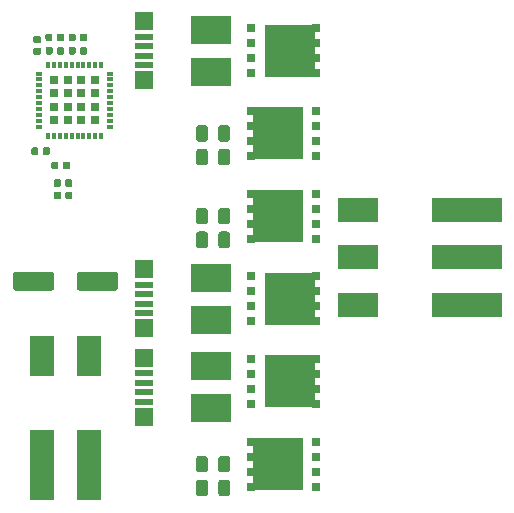
<source format=gbr>
G04 #@! TF.GenerationSoftware,KiCad,Pcbnew,5.1.3-ffb9f22~84~ubuntu18.04.1*
G04 #@! TF.CreationDate,2019-08-04T04:56:57-07:00*
G04 #@! TF.ProjectId,board,626f6172-642e-46b6-9963-61645f706362,rev?*
G04 #@! TF.SameCoordinates,Original*
G04 #@! TF.FileFunction,Paste,Top*
G04 #@! TF.FilePolarity,Positive*
%FSLAX46Y46*%
G04 Gerber Fmt 4.6, Leading zero omitted, Abs format (unit mm)*
G04 Created by KiCad (PCBNEW 5.1.3-ffb9f22~84~ubuntu18.04.1) date 2019-08-04 04:56:57*
%MOMM*%
%LPD*%
G04 APERTURE LIST*
%ADD10R,0.300000X0.500000*%
%ADD11R,0.500000X0.300000*%
%ADD12R,0.690000X0.690000*%
%ADD13R,3.480000X2.400000*%
%ADD14R,1.600000X1.500000*%
%ADD15R,1.600000X0.500000*%
%ADD16R,3.500000X2.000000*%
%ADD17R,6.000000X2.000000*%
%ADD18R,1.200000X1.550000*%
%ADD19R,1.600000X1.550000*%
%ADD20R,4.290000X4.500000*%
%ADD21R,0.800000X0.700000*%
%ADD22C,0.100000*%
%ADD23C,0.590000*%
%ADD24R,2.000000X3.500000*%
%ADD25R,2.000000X6.000000*%
%ADD26C,0.975000*%
%ADD27C,1.600000*%
G04 APERTURE END LIST*
D10*
X164525000Y-56175000D03*
X165025000Y-56175000D03*
X165525000Y-56175000D03*
X166025000Y-56175000D03*
X166525000Y-56175000D03*
X167025000Y-56175000D03*
X167525000Y-56175000D03*
X168025000Y-56175000D03*
X168525000Y-56175000D03*
X169025000Y-56175000D03*
D11*
X169775000Y-55425000D03*
X169775000Y-54925000D03*
X169775000Y-54425000D03*
X169775000Y-53925000D03*
X169775000Y-53425000D03*
X169775000Y-52925000D03*
X169775000Y-52425000D03*
X169775000Y-51925000D03*
X169775000Y-51425000D03*
X169775000Y-50925000D03*
D10*
X169025000Y-50175000D03*
X168525000Y-50175000D03*
X168025000Y-50175000D03*
X167525000Y-50175000D03*
X167025000Y-50175000D03*
X166525000Y-50175000D03*
X166025000Y-50175000D03*
X165525000Y-50175000D03*
X165025000Y-50175000D03*
X164525000Y-50175000D03*
D11*
X163775000Y-50925000D03*
X163775000Y-51425000D03*
X163775000Y-51925000D03*
X163775000Y-52425000D03*
X163775000Y-52925000D03*
X163775000Y-53425000D03*
X163775000Y-53925000D03*
X163775000Y-54425000D03*
X163775000Y-54925000D03*
X163775000Y-55425000D03*
D12*
X168500000Y-51450000D03*
X167350000Y-51450000D03*
X166200000Y-51450000D03*
X165050000Y-51450000D03*
X168500000Y-52600000D03*
X167350000Y-52600000D03*
X166200000Y-52600000D03*
X165050000Y-52600000D03*
X168500000Y-53750000D03*
X167350000Y-53750000D03*
X166200000Y-53750000D03*
X165050000Y-53750000D03*
X168500000Y-54900000D03*
X167350000Y-54900000D03*
X166200000Y-54900000D03*
X165050000Y-54900000D03*
D13*
X178320000Y-71775000D03*
X178320000Y-68225000D03*
D14*
X172650000Y-72500000D03*
D15*
X172650000Y-71200000D03*
X172650000Y-70400000D03*
X172650000Y-69600000D03*
X172650000Y-68800000D03*
D14*
X172650000Y-67500000D03*
D16*
X190750000Y-70500000D03*
D17*
X200000000Y-70500000D03*
D16*
X190750000Y-66500000D03*
D17*
X200000000Y-66500000D03*
X200000000Y-62500000D03*
D16*
X190750000Y-62500000D03*
D18*
X185250000Y-82910000D03*
X185250000Y-85090000D03*
D19*
X183250000Y-82910000D03*
X183250000Y-85090000D03*
D20*
X184000000Y-84000000D03*
D21*
X181750000Y-85910000D03*
X181750000Y-84640000D03*
X181750000Y-83360000D03*
X181750000Y-82090000D03*
X187250000Y-82090000D03*
X187250000Y-83360000D03*
X187250000Y-84640000D03*
X187250000Y-85910000D03*
X181750000Y-75090000D03*
X181750000Y-76360000D03*
X181750000Y-77640000D03*
X181750000Y-78910000D03*
X187250000Y-78910000D03*
X187250000Y-77640000D03*
X187250000Y-76360000D03*
X187250000Y-75090000D03*
D20*
X185000000Y-77000000D03*
D19*
X185750000Y-75910000D03*
X185750000Y-78090000D03*
D18*
X183750000Y-75910000D03*
X183750000Y-78090000D03*
D21*
X187250000Y-64910000D03*
X187250000Y-63640000D03*
X187250000Y-62360000D03*
X187250000Y-61090000D03*
X181750000Y-61090000D03*
X181750000Y-62360000D03*
X181750000Y-63640000D03*
X181750000Y-64910000D03*
D20*
X184000000Y-63000000D03*
D19*
X183250000Y-64090000D03*
X183250000Y-61910000D03*
D18*
X185250000Y-64090000D03*
X185250000Y-61910000D03*
X183750000Y-71090000D03*
X183750000Y-68910000D03*
D19*
X185750000Y-71090000D03*
X185750000Y-68910000D03*
D20*
X185000000Y-70000000D03*
D21*
X187250000Y-68090000D03*
X187250000Y-69360000D03*
X187250000Y-70640000D03*
X187250000Y-71910000D03*
X181750000Y-71910000D03*
X181750000Y-70640000D03*
X181750000Y-69360000D03*
X181750000Y-68090000D03*
D18*
X185250000Y-54910000D03*
X185250000Y-57090000D03*
D19*
X183250000Y-54910000D03*
X183250000Y-57090000D03*
D20*
X184000000Y-56000000D03*
D21*
X181750000Y-57910000D03*
X181750000Y-56640000D03*
X181750000Y-55360000D03*
X181750000Y-54090000D03*
X187250000Y-54090000D03*
X187250000Y-55360000D03*
X187250000Y-56640000D03*
X187250000Y-57910000D03*
X181750000Y-47090000D03*
X181750000Y-48360000D03*
X181750000Y-49640000D03*
X181750000Y-50910000D03*
X187250000Y-50910000D03*
X187250000Y-49640000D03*
X187250000Y-48360000D03*
X187250000Y-47090000D03*
D20*
X185000000Y-49000000D03*
D19*
X185750000Y-47910000D03*
X185750000Y-50090000D03*
D18*
X183750000Y-47910000D03*
X183750000Y-50090000D03*
D22*
G36*
X165476958Y-60930710D02*
G01*
X165491276Y-60932834D01*
X165505317Y-60936351D01*
X165518946Y-60941228D01*
X165532031Y-60947417D01*
X165544447Y-60954858D01*
X165556073Y-60963481D01*
X165566798Y-60973202D01*
X165576519Y-60983927D01*
X165585142Y-60995553D01*
X165592583Y-61007969D01*
X165598772Y-61021054D01*
X165603649Y-61034683D01*
X165607166Y-61048724D01*
X165609290Y-61063042D01*
X165610000Y-61077500D01*
X165610000Y-61422500D01*
X165609290Y-61436958D01*
X165607166Y-61451276D01*
X165603649Y-61465317D01*
X165598772Y-61478946D01*
X165592583Y-61492031D01*
X165585142Y-61504447D01*
X165576519Y-61516073D01*
X165566798Y-61526798D01*
X165556073Y-61536519D01*
X165544447Y-61545142D01*
X165532031Y-61552583D01*
X165518946Y-61558772D01*
X165505317Y-61563649D01*
X165491276Y-61567166D01*
X165476958Y-61569290D01*
X165462500Y-61570000D01*
X165167500Y-61570000D01*
X165153042Y-61569290D01*
X165138724Y-61567166D01*
X165124683Y-61563649D01*
X165111054Y-61558772D01*
X165097969Y-61552583D01*
X165085553Y-61545142D01*
X165073927Y-61536519D01*
X165063202Y-61526798D01*
X165053481Y-61516073D01*
X165044858Y-61504447D01*
X165037417Y-61492031D01*
X165031228Y-61478946D01*
X165026351Y-61465317D01*
X165022834Y-61451276D01*
X165020710Y-61436958D01*
X165020000Y-61422500D01*
X165020000Y-61077500D01*
X165020710Y-61063042D01*
X165022834Y-61048724D01*
X165026351Y-61034683D01*
X165031228Y-61021054D01*
X165037417Y-61007969D01*
X165044858Y-60995553D01*
X165053481Y-60983927D01*
X165063202Y-60973202D01*
X165073927Y-60963481D01*
X165085553Y-60954858D01*
X165097969Y-60947417D01*
X165111054Y-60941228D01*
X165124683Y-60936351D01*
X165138724Y-60932834D01*
X165153042Y-60930710D01*
X165167500Y-60930000D01*
X165462500Y-60930000D01*
X165476958Y-60930710D01*
X165476958Y-60930710D01*
G37*
D23*
X165315000Y-61250000D03*
D22*
G36*
X166446958Y-60930710D02*
G01*
X166461276Y-60932834D01*
X166475317Y-60936351D01*
X166488946Y-60941228D01*
X166502031Y-60947417D01*
X166514447Y-60954858D01*
X166526073Y-60963481D01*
X166536798Y-60973202D01*
X166546519Y-60983927D01*
X166555142Y-60995553D01*
X166562583Y-61007969D01*
X166568772Y-61021054D01*
X166573649Y-61034683D01*
X166577166Y-61048724D01*
X166579290Y-61063042D01*
X166580000Y-61077500D01*
X166580000Y-61422500D01*
X166579290Y-61436958D01*
X166577166Y-61451276D01*
X166573649Y-61465317D01*
X166568772Y-61478946D01*
X166562583Y-61492031D01*
X166555142Y-61504447D01*
X166546519Y-61516073D01*
X166536798Y-61526798D01*
X166526073Y-61536519D01*
X166514447Y-61545142D01*
X166502031Y-61552583D01*
X166488946Y-61558772D01*
X166475317Y-61563649D01*
X166461276Y-61567166D01*
X166446958Y-61569290D01*
X166432500Y-61570000D01*
X166137500Y-61570000D01*
X166123042Y-61569290D01*
X166108724Y-61567166D01*
X166094683Y-61563649D01*
X166081054Y-61558772D01*
X166067969Y-61552583D01*
X166055553Y-61545142D01*
X166043927Y-61536519D01*
X166033202Y-61526798D01*
X166023481Y-61516073D01*
X166014858Y-61504447D01*
X166007417Y-61492031D01*
X166001228Y-61478946D01*
X165996351Y-61465317D01*
X165992834Y-61451276D01*
X165990710Y-61436958D01*
X165990000Y-61422500D01*
X165990000Y-61077500D01*
X165990710Y-61063042D01*
X165992834Y-61048724D01*
X165996351Y-61034683D01*
X166001228Y-61021054D01*
X166007417Y-61007969D01*
X166014858Y-60995553D01*
X166023481Y-60983927D01*
X166033202Y-60973202D01*
X166043927Y-60963481D01*
X166055553Y-60954858D01*
X166067969Y-60947417D01*
X166081054Y-60941228D01*
X166094683Y-60936351D01*
X166108724Y-60932834D01*
X166123042Y-60930710D01*
X166137500Y-60930000D01*
X166432500Y-60930000D01*
X166446958Y-60930710D01*
X166446958Y-60930710D01*
G37*
D23*
X166285000Y-61250000D03*
D22*
G36*
X166446958Y-59880710D02*
G01*
X166461276Y-59882834D01*
X166475317Y-59886351D01*
X166488946Y-59891228D01*
X166502031Y-59897417D01*
X166514447Y-59904858D01*
X166526073Y-59913481D01*
X166536798Y-59923202D01*
X166546519Y-59933927D01*
X166555142Y-59945553D01*
X166562583Y-59957969D01*
X166568772Y-59971054D01*
X166573649Y-59984683D01*
X166577166Y-59998724D01*
X166579290Y-60013042D01*
X166580000Y-60027500D01*
X166580000Y-60372500D01*
X166579290Y-60386958D01*
X166577166Y-60401276D01*
X166573649Y-60415317D01*
X166568772Y-60428946D01*
X166562583Y-60442031D01*
X166555142Y-60454447D01*
X166546519Y-60466073D01*
X166536798Y-60476798D01*
X166526073Y-60486519D01*
X166514447Y-60495142D01*
X166502031Y-60502583D01*
X166488946Y-60508772D01*
X166475317Y-60513649D01*
X166461276Y-60517166D01*
X166446958Y-60519290D01*
X166432500Y-60520000D01*
X166137500Y-60520000D01*
X166123042Y-60519290D01*
X166108724Y-60517166D01*
X166094683Y-60513649D01*
X166081054Y-60508772D01*
X166067969Y-60502583D01*
X166055553Y-60495142D01*
X166043927Y-60486519D01*
X166033202Y-60476798D01*
X166023481Y-60466073D01*
X166014858Y-60454447D01*
X166007417Y-60442031D01*
X166001228Y-60428946D01*
X165996351Y-60415317D01*
X165992834Y-60401276D01*
X165990710Y-60386958D01*
X165990000Y-60372500D01*
X165990000Y-60027500D01*
X165990710Y-60013042D01*
X165992834Y-59998724D01*
X165996351Y-59984683D01*
X166001228Y-59971054D01*
X166007417Y-59957969D01*
X166014858Y-59945553D01*
X166023481Y-59933927D01*
X166033202Y-59923202D01*
X166043927Y-59913481D01*
X166055553Y-59904858D01*
X166067969Y-59897417D01*
X166081054Y-59891228D01*
X166094683Y-59886351D01*
X166108724Y-59882834D01*
X166123042Y-59880710D01*
X166137500Y-59880000D01*
X166432500Y-59880000D01*
X166446958Y-59880710D01*
X166446958Y-59880710D01*
G37*
D23*
X166285000Y-60200000D03*
D22*
G36*
X165476958Y-59880710D02*
G01*
X165491276Y-59882834D01*
X165505317Y-59886351D01*
X165518946Y-59891228D01*
X165532031Y-59897417D01*
X165544447Y-59904858D01*
X165556073Y-59913481D01*
X165566798Y-59923202D01*
X165576519Y-59933927D01*
X165585142Y-59945553D01*
X165592583Y-59957969D01*
X165598772Y-59971054D01*
X165603649Y-59984683D01*
X165607166Y-59998724D01*
X165609290Y-60013042D01*
X165610000Y-60027500D01*
X165610000Y-60372500D01*
X165609290Y-60386958D01*
X165607166Y-60401276D01*
X165603649Y-60415317D01*
X165598772Y-60428946D01*
X165592583Y-60442031D01*
X165585142Y-60454447D01*
X165576519Y-60466073D01*
X165566798Y-60476798D01*
X165556073Y-60486519D01*
X165544447Y-60495142D01*
X165532031Y-60502583D01*
X165518946Y-60508772D01*
X165505317Y-60513649D01*
X165491276Y-60517166D01*
X165476958Y-60519290D01*
X165462500Y-60520000D01*
X165167500Y-60520000D01*
X165153042Y-60519290D01*
X165138724Y-60517166D01*
X165124683Y-60513649D01*
X165111054Y-60508772D01*
X165097969Y-60502583D01*
X165085553Y-60495142D01*
X165073927Y-60486519D01*
X165063202Y-60476798D01*
X165053481Y-60466073D01*
X165044858Y-60454447D01*
X165037417Y-60442031D01*
X165031228Y-60428946D01*
X165026351Y-60415317D01*
X165022834Y-60401276D01*
X165020710Y-60386958D01*
X165020000Y-60372500D01*
X165020000Y-60027500D01*
X165020710Y-60013042D01*
X165022834Y-59998724D01*
X165026351Y-59984683D01*
X165031228Y-59971054D01*
X165037417Y-59957969D01*
X165044858Y-59945553D01*
X165053481Y-59933927D01*
X165063202Y-59923202D01*
X165073927Y-59913481D01*
X165085553Y-59904858D01*
X165097969Y-59897417D01*
X165111054Y-59891228D01*
X165124683Y-59886351D01*
X165138724Y-59882834D01*
X165153042Y-59880710D01*
X165167500Y-59880000D01*
X165462500Y-59880000D01*
X165476958Y-59880710D01*
X165476958Y-59880710D01*
G37*
D23*
X165315000Y-60200000D03*
D22*
G36*
X166246958Y-58380710D02*
G01*
X166261276Y-58382834D01*
X166275317Y-58386351D01*
X166288946Y-58391228D01*
X166302031Y-58397417D01*
X166314447Y-58404858D01*
X166326073Y-58413481D01*
X166336798Y-58423202D01*
X166346519Y-58433927D01*
X166355142Y-58445553D01*
X166362583Y-58457969D01*
X166368772Y-58471054D01*
X166373649Y-58484683D01*
X166377166Y-58498724D01*
X166379290Y-58513042D01*
X166380000Y-58527500D01*
X166380000Y-58872500D01*
X166379290Y-58886958D01*
X166377166Y-58901276D01*
X166373649Y-58915317D01*
X166368772Y-58928946D01*
X166362583Y-58942031D01*
X166355142Y-58954447D01*
X166346519Y-58966073D01*
X166336798Y-58976798D01*
X166326073Y-58986519D01*
X166314447Y-58995142D01*
X166302031Y-59002583D01*
X166288946Y-59008772D01*
X166275317Y-59013649D01*
X166261276Y-59017166D01*
X166246958Y-59019290D01*
X166232500Y-59020000D01*
X165937500Y-59020000D01*
X165923042Y-59019290D01*
X165908724Y-59017166D01*
X165894683Y-59013649D01*
X165881054Y-59008772D01*
X165867969Y-59002583D01*
X165855553Y-58995142D01*
X165843927Y-58986519D01*
X165833202Y-58976798D01*
X165823481Y-58966073D01*
X165814858Y-58954447D01*
X165807417Y-58942031D01*
X165801228Y-58928946D01*
X165796351Y-58915317D01*
X165792834Y-58901276D01*
X165790710Y-58886958D01*
X165790000Y-58872500D01*
X165790000Y-58527500D01*
X165790710Y-58513042D01*
X165792834Y-58498724D01*
X165796351Y-58484683D01*
X165801228Y-58471054D01*
X165807417Y-58457969D01*
X165814858Y-58445553D01*
X165823481Y-58433927D01*
X165833202Y-58423202D01*
X165843927Y-58413481D01*
X165855553Y-58404858D01*
X165867969Y-58397417D01*
X165881054Y-58391228D01*
X165894683Y-58386351D01*
X165908724Y-58382834D01*
X165923042Y-58380710D01*
X165937500Y-58380000D01*
X166232500Y-58380000D01*
X166246958Y-58380710D01*
X166246958Y-58380710D01*
G37*
D23*
X166085000Y-58700000D03*
D22*
G36*
X165276958Y-58380710D02*
G01*
X165291276Y-58382834D01*
X165305317Y-58386351D01*
X165318946Y-58391228D01*
X165332031Y-58397417D01*
X165344447Y-58404858D01*
X165356073Y-58413481D01*
X165366798Y-58423202D01*
X165376519Y-58433927D01*
X165385142Y-58445553D01*
X165392583Y-58457969D01*
X165398772Y-58471054D01*
X165403649Y-58484683D01*
X165407166Y-58498724D01*
X165409290Y-58513042D01*
X165410000Y-58527500D01*
X165410000Y-58872500D01*
X165409290Y-58886958D01*
X165407166Y-58901276D01*
X165403649Y-58915317D01*
X165398772Y-58928946D01*
X165392583Y-58942031D01*
X165385142Y-58954447D01*
X165376519Y-58966073D01*
X165366798Y-58976798D01*
X165356073Y-58986519D01*
X165344447Y-58995142D01*
X165332031Y-59002583D01*
X165318946Y-59008772D01*
X165305317Y-59013649D01*
X165291276Y-59017166D01*
X165276958Y-59019290D01*
X165262500Y-59020000D01*
X164967500Y-59020000D01*
X164953042Y-59019290D01*
X164938724Y-59017166D01*
X164924683Y-59013649D01*
X164911054Y-59008772D01*
X164897969Y-59002583D01*
X164885553Y-58995142D01*
X164873927Y-58986519D01*
X164863202Y-58976798D01*
X164853481Y-58966073D01*
X164844858Y-58954447D01*
X164837417Y-58942031D01*
X164831228Y-58928946D01*
X164826351Y-58915317D01*
X164822834Y-58901276D01*
X164820710Y-58886958D01*
X164820000Y-58872500D01*
X164820000Y-58527500D01*
X164820710Y-58513042D01*
X164822834Y-58498724D01*
X164826351Y-58484683D01*
X164831228Y-58471054D01*
X164837417Y-58457969D01*
X164844858Y-58445553D01*
X164853481Y-58433927D01*
X164863202Y-58423202D01*
X164873927Y-58413481D01*
X164885553Y-58404858D01*
X164897969Y-58397417D01*
X164911054Y-58391228D01*
X164924683Y-58386351D01*
X164938724Y-58382834D01*
X164953042Y-58380710D01*
X164967500Y-58380000D01*
X165262500Y-58380000D01*
X165276958Y-58380710D01*
X165276958Y-58380710D01*
G37*
D23*
X165115000Y-58700000D03*
D22*
G36*
X164546958Y-57180710D02*
G01*
X164561276Y-57182834D01*
X164575317Y-57186351D01*
X164588946Y-57191228D01*
X164602031Y-57197417D01*
X164614447Y-57204858D01*
X164626073Y-57213481D01*
X164636798Y-57223202D01*
X164646519Y-57233927D01*
X164655142Y-57245553D01*
X164662583Y-57257969D01*
X164668772Y-57271054D01*
X164673649Y-57284683D01*
X164677166Y-57298724D01*
X164679290Y-57313042D01*
X164680000Y-57327500D01*
X164680000Y-57672500D01*
X164679290Y-57686958D01*
X164677166Y-57701276D01*
X164673649Y-57715317D01*
X164668772Y-57728946D01*
X164662583Y-57742031D01*
X164655142Y-57754447D01*
X164646519Y-57766073D01*
X164636798Y-57776798D01*
X164626073Y-57786519D01*
X164614447Y-57795142D01*
X164602031Y-57802583D01*
X164588946Y-57808772D01*
X164575317Y-57813649D01*
X164561276Y-57817166D01*
X164546958Y-57819290D01*
X164532500Y-57820000D01*
X164237500Y-57820000D01*
X164223042Y-57819290D01*
X164208724Y-57817166D01*
X164194683Y-57813649D01*
X164181054Y-57808772D01*
X164167969Y-57802583D01*
X164155553Y-57795142D01*
X164143927Y-57786519D01*
X164133202Y-57776798D01*
X164123481Y-57766073D01*
X164114858Y-57754447D01*
X164107417Y-57742031D01*
X164101228Y-57728946D01*
X164096351Y-57715317D01*
X164092834Y-57701276D01*
X164090710Y-57686958D01*
X164090000Y-57672500D01*
X164090000Y-57327500D01*
X164090710Y-57313042D01*
X164092834Y-57298724D01*
X164096351Y-57284683D01*
X164101228Y-57271054D01*
X164107417Y-57257969D01*
X164114858Y-57245553D01*
X164123481Y-57233927D01*
X164133202Y-57223202D01*
X164143927Y-57213481D01*
X164155553Y-57204858D01*
X164167969Y-57197417D01*
X164181054Y-57191228D01*
X164194683Y-57186351D01*
X164208724Y-57182834D01*
X164223042Y-57180710D01*
X164237500Y-57180000D01*
X164532500Y-57180000D01*
X164546958Y-57180710D01*
X164546958Y-57180710D01*
G37*
D23*
X164385000Y-57500000D03*
D22*
G36*
X163576958Y-57180710D02*
G01*
X163591276Y-57182834D01*
X163605317Y-57186351D01*
X163618946Y-57191228D01*
X163632031Y-57197417D01*
X163644447Y-57204858D01*
X163656073Y-57213481D01*
X163666798Y-57223202D01*
X163676519Y-57233927D01*
X163685142Y-57245553D01*
X163692583Y-57257969D01*
X163698772Y-57271054D01*
X163703649Y-57284683D01*
X163707166Y-57298724D01*
X163709290Y-57313042D01*
X163710000Y-57327500D01*
X163710000Y-57672500D01*
X163709290Y-57686958D01*
X163707166Y-57701276D01*
X163703649Y-57715317D01*
X163698772Y-57728946D01*
X163692583Y-57742031D01*
X163685142Y-57754447D01*
X163676519Y-57766073D01*
X163666798Y-57776798D01*
X163656073Y-57786519D01*
X163644447Y-57795142D01*
X163632031Y-57802583D01*
X163618946Y-57808772D01*
X163605317Y-57813649D01*
X163591276Y-57817166D01*
X163576958Y-57819290D01*
X163562500Y-57820000D01*
X163267500Y-57820000D01*
X163253042Y-57819290D01*
X163238724Y-57817166D01*
X163224683Y-57813649D01*
X163211054Y-57808772D01*
X163197969Y-57802583D01*
X163185553Y-57795142D01*
X163173927Y-57786519D01*
X163163202Y-57776798D01*
X163153481Y-57766073D01*
X163144858Y-57754447D01*
X163137417Y-57742031D01*
X163131228Y-57728946D01*
X163126351Y-57715317D01*
X163122834Y-57701276D01*
X163120710Y-57686958D01*
X163120000Y-57672500D01*
X163120000Y-57327500D01*
X163120710Y-57313042D01*
X163122834Y-57298724D01*
X163126351Y-57284683D01*
X163131228Y-57271054D01*
X163137417Y-57257969D01*
X163144858Y-57245553D01*
X163153481Y-57233927D01*
X163163202Y-57223202D01*
X163173927Y-57213481D01*
X163185553Y-57204858D01*
X163197969Y-57197417D01*
X163211054Y-57191228D01*
X163224683Y-57186351D01*
X163238724Y-57182834D01*
X163253042Y-57180710D01*
X163267500Y-57180000D01*
X163562500Y-57180000D01*
X163576958Y-57180710D01*
X163576958Y-57180710D01*
G37*
D23*
X163415000Y-57500000D03*
D22*
G36*
X163786958Y-48740710D02*
G01*
X163801276Y-48742834D01*
X163815317Y-48746351D01*
X163828946Y-48751228D01*
X163842031Y-48757417D01*
X163854447Y-48764858D01*
X163866073Y-48773481D01*
X163876798Y-48783202D01*
X163886519Y-48793927D01*
X163895142Y-48805553D01*
X163902583Y-48817969D01*
X163908772Y-48831054D01*
X163913649Y-48844683D01*
X163917166Y-48858724D01*
X163919290Y-48873042D01*
X163920000Y-48887500D01*
X163920000Y-49182500D01*
X163919290Y-49196958D01*
X163917166Y-49211276D01*
X163913649Y-49225317D01*
X163908772Y-49238946D01*
X163902583Y-49252031D01*
X163895142Y-49264447D01*
X163886519Y-49276073D01*
X163876798Y-49286798D01*
X163866073Y-49296519D01*
X163854447Y-49305142D01*
X163842031Y-49312583D01*
X163828946Y-49318772D01*
X163815317Y-49323649D01*
X163801276Y-49327166D01*
X163786958Y-49329290D01*
X163772500Y-49330000D01*
X163427500Y-49330000D01*
X163413042Y-49329290D01*
X163398724Y-49327166D01*
X163384683Y-49323649D01*
X163371054Y-49318772D01*
X163357969Y-49312583D01*
X163345553Y-49305142D01*
X163333927Y-49296519D01*
X163323202Y-49286798D01*
X163313481Y-49276073D01*
X163304858Y-49264447D01*
X163297417Y-49252031D01*
X163291228Y-49238946D01*
X163286351Y-49225317D01*
X163282834Y-49211276D01*
X163280710Y-49196958D01*
X163280000Y-49182500D01*
X163280000Y-48887500D01*
X163280710Y-48873042D01*
X163282834Y-48858724D01*
X163286351Y-48844683D01*
X163291228Y-48831054D01*
X163297417Y-48817969D01*
X163304858Y-48805553D01*
X163313481Y-48793927D01*
X163323202Y-48783202D01*
X163333927Y-48773481D01*
X163345553Y-48764858D01*
X163357969Y-48757417D01*
X163371054Y-48751228D01*
X163384683Y-48746351D01*
X163398724Y-48742834D01*
X163413042Y-48740710D01*
X163427500Y-48740000D01*
X163772500Y-48740000D01*
X163786958Y-48740710D01*
X163786958Y-48740710D01*
G37*
D23*
X163600000Y-49035000D03*
D22*
G36*
X163786958Y-47770710D02*
G01*
X163801276Y-47772834D01*
X163815317Y-47776351D01*
X163828946Y-47781228D01*
X163842031Y-47787417D01*
X163854447Y-47794858D01*
X163866073Y-47803481D01*
X163876798Y-47813202D01*
X163886519Y-47823927D01*
X163895142Y-47835553D01*
X163902583Y-47847969D01*
X163908772Y-47861054D01*
X163913649Y-47874683D01*
X163917166Y-47888724D01*
X163919290Y-47903042D01*
X163920000Y-47917500D01*
X163920000Y-48212500D01*
X163919290Y-48226958D01*
X163917166Y-48241276D01*
X163913649Y-48255317D01*
X163908772Y-48268946D01*
X163902583Y-48282031D01*
X163895142Y-48294447D01*
X163886519Y-48306073D01*
X163876798Y-48316798D01*
X163866073Y-48326519D01*
X163854447Y-48335142D01*
X163842031Y-48342583D01*
X163828946Y-48348772D01*
X163815317Y-48353649D01*
X163801276Y-48357166D01*
X163786958Y-48359290D01*
X163772500Y-48360000D01*
X163427500Y-48360000D01*
X163413042Y-48359290D01*
X163398724Y-48357166D01*
X163384683Y-48353649D01*
X163371054Y-48348772D01*
X163357969Y-48342583D01*
X163345553Y-48335142D01*
X163333927Y-48326519D01*
X163323202Y-48316798D01*
X163313481Y-48306073D01*
X163304858Y-48294447D01*
X163297417Y-48282031D01*
X163291228Y-48268946D01*
X163286351Y-48255317D01*
X163282834Y-48241276D01*
X163280710Y-48226958D01*
X163280000Y-48212500D01*
X163280000Y-47917500D01*
X163280710Y-47903042D01*
X163282834Y-47888724D01*
X163286351Y-47874683D01*
X163291228Y-47861054D01*
X163297417Y-47847969D01*
X163304858Y-47835553D01*
X163313481Y-47823927D01*
X163323202Y-47813202D01*
X163333927Y-47803481D01*
X163345553Y-47794858D01*
X163357969Y-47787417D01*
X163371054Y-47781228D01*
X163384683Y-47776351D01*
X163398724Y-47772834D01*
X163413042Y-47770710D01*
X163427500Y-47770000D01*
X163772500Y-47770000D01*
X163786958Y-47770710D01*
X163786958Y-47770710D01*
G37*
D23*
X163600000Y-48065000D03*
D22*
G36*
X167696958Y-48680710D02*
G01*
X167711276Y-48682834D01*
X167725317Y-48686351D01*
X167738946Y-48691228D01*
X167752031Y-48697417D01*
X167764447Y-48704858D01*
X167776073Y-48713481D01*
X167786798Y-48723202D01*
X167796519Y-48733927D01*
X167805142Y-48745553D01*
X167812583Y-48757969D01*
X167818772Y-48771054D01*
X167823649Y-48784683D01*
X167827166Y-48798724D01*
X167829290Y-48813042D01*
X167830000Y-48827500D01*
X167830000Y-49172500D01*
X167829290Y-49186958D01*
X167827166Y-49201276D01*
X167823649Y-49215317D01*
X167818772Y-49228946D01*
X167812583Y-49242031D01*
X167805142Y-49254447D01*
X167796519Y-49266073D01*
X167786798Y-49276798D01*
X167776073Y-49286519D01*
X167764447Y-49295142D01*
X167752031Y-49302583D01*
X167738946Y-49308772D01*
X167725317Y-49313649D01*
X167711276Y-49317166D01*
X167696958Y-49319290D01*
X167682500Y-49320000D01*
X167387500Y-49320000D01*
X167373042Y-49319290D01*
X167358724Y-49317166D01*
X167344683Y-49313649D01*
X167331054Y-49308772D01*
X167317969Y-49302583D01*
X167305553Y-49295142D01*
X167293927Y-49286519D01*
X167283202Y-49276798D01*
X167273481Y-49266073D01*
X167264858Y-49254447D01*
X167257417Y-49242031D01*
X167251228Y-49228946D01*
X167246351Y-49215317D01*
X167242834Y-49201276D01*
X167240710Y-49186958D01*
X167240000Y-49172500D01*
X167240000Y-48827500D01*
X167240710Y-48813042D01*
X167242834Y-48798724D01*
X167246351Y-48784683D01*
X167251228Y-48771054D01*
X167257417Y-48757969D01*
X167264858Y-48745553D01*
X167273481Y-48733927D01*
X167283202Y-48723202D01*
X167293927Y-48713481D01*
X167305553Y-48704858D01*
X167317969Y-48697417D01*
X167331054Y-48691228D01*
X167344683Y-48686351D01*
X167358724Y-48682834D01*
X167373042Y-48680710D01*
X167387500Y-48680000D01*
X167682500Y-48680000D01*
X167696958Y-48680710D01*
X167696958Y-48680710D01*
G37*
D23*
X167535000Y-49000000D03*
D22*
G36*
X166726958Y-48680710D02*
G01*
X166741276Y-48682834D01*
X166755317Y-48686351D01*
X166768946Y-48691228D01*
X166782031Y-48697417D01*
X166794447Y-48704858D01*
X166806073Y-48713481D01*
X166816798Y-48723202D01*
X166826519Y-48733927D01*
X166835142Y-48745553D01*
X166842583Y-48757969D01*
X166848772Y-48771054D01*
X166853649Y-48784683D01*
X166857166Y-48798724D01*
X166859290Y-48813042D01*
X166860000Y-48827500D01*
X166860000Y-49172500D01*
X166859290Y-49186958D01*
X166857166Y-49201276D01*
X166853649Y-49215317D01*
X166848772Y-49228946D01*
X166842583Y-49242031D01*
X166835142Y-49254447D01*
X166826519Y-49266073D01*
X166816798Y-49276798D01*
X166806073Y-49286519D01*
X166794447Y-49295142D01*
X166782031Y-49302583D01*
X166768946Y-49308772D01*
X166755317Y-49313649D01*
X166741276Y-49317166D01*
X166726958Y-49319290D01*
X166712500Y-49320000D01*
X166417500Y-49320000D01*
X166403042Y-49319290D01*
X166388724Y-49317166D01*
X166374683Y-49313649D01*
X166361054Y-49308772D01*
X166347969Y-49302583D01*
X166335553Y-49295142D01*
X166323927Y-49286519D01*
X166313202Y-49276798D01*
X166303481Y-49266073D01*
X166294858Y-49254447D01*
X166287417Y-49242031D01*
X166281228Y-49228946D01*
X166276351Y-49215317D01*
X166272834Y-49201276D01*
X166270710Y-49186958D01*
X166270000Y-49172500D01*
X166270000Y-48827500D01*
X166270710Y-48813042D01*
X166272834Y-48798724D01*
X166276351Y-48784683D01*
X166281228Y-48771054D01*
X166287417Y-48757969D01*
X166294858Y-48745553D01*
X166303481Y-48733927D01*
X166313202Y-48723202D01*
X166323927Y-48713481D01*
X166335553Y-48704858D01*
X166347969Y-48697417D01*
X166361054Y-48691228D01*
X166374683Y-48686351D01*
X166388724Y-48682834D01*
X166403042Y-48680710D01*
X166417500Y-48680000D01*
X166712500Y-48680000D01*
X166726958Y-48680710D01*
X166726958Y-48680710D01*
G37*
D23*
X166565000Y-49000000D03*
D22*
G36*
X165740958Y-47537710D02*
G01*
X165755276Y-47539834D01*
X165769317Y-47543351D01*
X165782946Y-47548228D01*
X165796031Y-47554417D01*
X165808447Y-47561858D01*
X165820073Y-47570481D01*
X165830798Y-47580202D01*
X165840519Y-47590927D01*
X165849142Y-47602553D01*
X165856583Y-47614969D01*
X165862772Y-47628054D01*
X165867649Y-47641683D01*
X165871166Y-47655724D01*
X165873290Y-47670042D01*
X165874000Y-47684500D01*
X165874000Y-48029500D01*
X165873290Y-48043958D01*
X165871166Y-48058276D01*
X165867649Y-48072317D01*
X165862772Y-48085946D01*
X165856583Y-48099031D01*
X165849142Y-48111447D01*
X165840519Y-48123073D01*
X165830798Y-48133798D01*
X165820073Y-48143519D01*
X165808447Y-48152142D01*
X165796031Y-48159583D01*
X165782946Y-48165772D01*
X165769317Y-48170649D01*
X165755276Y-48174166D01*
X165740958Y-48176290D01*
X165726500Y-48177000D01*
X165431500Y-48177000D01*
X165417042Y-48176290D01*
X165402724Y-48174166D01*
X165388683Y-48170649D01*
X165375054Y-48165772D01*
X165361969Y-48159583D01*
X165349553Y-48152142D01*
X165337927Y-48143519D01*
X165327202Y-48133798D01*
X165317481Y-48123073D01*
X165308858Y-48111447D01*
X165301417Y-48099031D01*
X165295228Y-48085946D01*
X165290351Y-48072317D01*
X165286834Y-48058276D01*
X165284710Y-48043958D01*
X165284000Y-48029500D01*
X165284000Y-47684500D01*
X165284710Y-47670042D01*
X165286834Y-47655724D01*
X165290351Y-47641683D01*
X165295228Y-47628054D01*
X165301417Y-47614969D01*
X165308858Y-47602553D01*
X165317481Y-47590927D01*
X165327202Y-47580202D01*
X165337927Y-47570481D01*
X165349553Y-47561858D01*
X165361969Y-47554417D01*
X165375054Y-47548228D01*
X165388683Y-47543351D01*
X165402724Y-47539834D01*
X165417042Y-47537710D01*
X165431500Y-47537000D01*
X165726500Y-47537000D01*
X165740958Y-47537710D01*
X165740958Y-47537710D01*
G37*
D23*
X165579000Y-47857000D03*
D22*
G36*
X164770958Y-47537710D02*
G01*
X164785276Y-47539834D01*
X164799317Y-47543351D01*
X164812946Y-47548228D01*
X164826031Y-47554417D01*
X164838447Y-47561858D01*
X164850073Y-47570481D01*
X164860798Y-47580202D01*
X164870519Y-47590927D01*
X164879142Y-47602553D01*
X164886583Y-47614969D01*
X164892772Y-47628054D01*
X164897649Y-47641683D01*
X164901166Y-47655724D01*
X164903290Y-47670042D01*
X164904000Y-47684500D01*
X164904000Y-48029500D01*
X164903290Y-48043958D01*
X164901166Y-48058276D01*
X164897649Y-48072317D01*
X164892772Y-48085946D01*
X164886583Y-48099031D01*
X164879142Y-48111447D01*
X164870519Y-48123073D01*
X164860798Y-48133798D01*
X164850073Y-48143519D01*
X164838447Y-48152142D01*
X164826031Y-48159583D01*
X164812946Y-48165772D01*
X164799317Y-48170649D01*
X164785276Y-48174166D01*
X164770958Y-48176290D01*
X164756500Y-48177000D01*
X164461500Y-48177000D01*
X164447042Y-48176290D01*
X164432724Y-48174166D01*
X164418683Y-48170649D01*
X164405054Y-48165772D01*
X164391969Y-48159583D01*
X164379553Y-48152142D01*
X164367927Y-48143519D01*
X164357202Y-48133798D01*
X164347481Y-48123073D01*
X164338858Y-48111447D01*
X164331417Y-48099031D01*
X164325228Y-48085946D01*
X164320351Y-48072317D01*
X164316834Y-48058276D01*
X164314710Y-48043958D01*
X164314000Y-48029500D01*
X164314000Y-47684500D01*
X164314710Y-47670042D01*
X164316834Y-47655724D01*
X164320351Y-47641683D01*
X164325228Y-47628054D01*
X164331417Y-47614969D01*
X164338858Y-47602553D01*
X164347481Y-47590927D01*
X164357202Y-47580202D01*
X164367927Y-47570481D01*
X164379553Y-47561858D01*
X164391969Y-47554417D01*
X164405054Y-47548228D01*
X164418683Y-47543351D01*
X164432724Y-47539834D01*
X164447042Y-47537710D01*
X164461500Y-47537000D01*
X164756500Y-47537000D01*
X164770958Y-47537710D01*
X164770958Y-47537710D01*
G37*
D23*
X164609000Y-47857000D03*
D22*
G36*
X164776958Y-48680710D02*
G01*
X164791276Y-48682834D01*
X164805317Y-48686351D01*
X164818946Y-48691228D01*
X164832031Y-48697417D01*
X164844447Y-48704858D01*
X164856073Y-48713481D01*
X164866798Y-48723202D01*
X164876519Y-48733927D01*
X164885142Y-48745553D01*
X164892583Y-48757969D01*
X164898772Y-48771054D01*
X164903649Y-48784683D01*
X164907166Y-48798724D01*
X164909290Y-48813042D01*
X164910000Y-48827500D01*
X164910000Y-49172500D01*
X164909290Y-49186958D01*
X164907166Y-49201276D01*
X164903649Y-49215317D01*
X164898772Y-49228946D01*
X164892583Y-49242031D01*
X164885142Y-49254447D01*
X164876519Y-49266073D01*
X164866798Y-49276798D01*
X164856073Y-49286519D01*
X164844447Y-49295142D01*
X164832031Y-49302583D01*
X164818946Y-49308772D01*
X164805317Y-49313649D01*
X164791276Y-49317166D01*
X164776958Y-49319290D01*
X164762500Y-49320000D01*
X164467500Y-49320000D01*
X164453042Y-49319290D01*
X164438724Y-49317166D01*
X164424683Y-49313649D01*
X164411054Y-49308772D01*
X164397969Y-49302583D01*
X164385553Y-49295142D01*
X164373927Y-49286519D01*
X164363202Y-49276798D01*
X164353481Y-49266073D01*
X164344858Y-49254447D01*
X164337417Y-49242031D01*
X164331228Y-49228946D01*
X164326351Y-49215317D01*
X164322834Y-49201276D01*
X164320710Y-49186958D01*
X164320000Y-49172500D01*
X164320000Y-48827500D01*
X164320710Y-48813042D01*
X164322834Y-48798724D01*
X164326351Y-48784683D01*
X164331228Y-48771054D01*
X164337417Y-48757969D01*
X164344858Y-48745553D01*
X164353481Y-48733927D01*
X164363202Y-48723202D01*
X164373927Y-48713481D01*
X164385553Y-48704858D01*
X164397969Y-48697417D01*
X164411054Y-48691228D01*
X164424683Y-48686351D01*
X164438724Y-48682834D01*
X164453042Y-48680710D01*
X164467500Y-48680000D01*
X164762500Y-48680000D01*
X164776958Y-48680710D01*
X164776958Y-48680710D01*
G37*
D23*
X164615000Y-49000000D03*
D22*
G36*
X165746958Y-48680710D02*
G01*
X165761276Y-48682834D01*
X165775317Y-48686351D01*
X165788946Y-48691228D01*
X165802031Y-48697417D01*
X165814447Y-48704858D01*
X165826073Y-48713481D01*
X165836798Y-48723202D01*
X165846519Y-48733927D01*
X165855142Y-48745553D01*
X165862583Y-48757969D01*
X165868772Y-48771054D01*
X165873649Y-48784683D01*
X165877166Y-48798724D01*
X165879290Y-48813042D01*
X165880000Y-48827500D01*
X165880000Y-49172500D01*
X165879290Y-49186958D01*
X165877166Y-49201276D01*
X165873649Y-49215317D01*
X165868772Y-49228946D01*
X165862583Y-49242031D01*
X165855142Y-49254447D01*
X165846519Y-49266073D01*
X165836798Y-49276798D01*
X165826073Y-49286519D01*
X165814447Y-49295142D01*
X165802031Y-49302583D01*
X165788946Y-49308772D01*
X165775317Y-49313649D01*
X165761276Y-49317166D01*
X165746958Y-49319290D01*
X165732500Y-49320000D01*
X165437500Y-49320000D01*
X165423042Y-49319290D01*
X165408724Y-49317166D01*
X165394683Y-49313649D01*
X165381054Y-49308772D01*
X165367969Y-49302583D01*
X165355553Y-49295142D01*
X165343927Y-49286519D01*
X165333202Y-49276798D01*
X165323481Y-49266073D01*
X165314858Y-49254447D01*
X165307417Y-49242031D01*
X165301228Y-49228946D01*
X165296351Y-49215317D01*
X165292834Y-49201276D01*
X165290710Y-49186958D01*
X165290000Y-49172500D01*
X165290000Y-48827500D01*
X165290710Y-48813042D01*
X165292834Y-48798724D01*
X165296351Y-48784683D01*
X165301228Y-48771054D01*
X165307417Y-48757969D01*
X165314858Y-48745553D01*
X165323481Y-48733927D01*
X165333202Y-48723202D01*
X165343927Y-48713481D01*
X165355553Y-48704858D01*
X165367969Y-48697417D01*
X165381054Y-48691228D01*
X165394683Y-48686351D01*
X165408724Y-48682834D01*
X165423042Y-48680710D01*
X165437500Y-48680000D01*
X165732500Y-48680000D01*
X165746958Y-48680710D01*
X165746958Y-48680710D01*
G37*
D23*
X165585000Y-49000000D03*
D22*
G36*
X166726958Y-47537710D02*
G01*
X166741276Y-47539834D01*
X166755317Y-47543351D01*
X166768946Y-47548228D01*
X166782031Y-47554417D01*
X166794447Y-47561858D01*
X166806073Y-47570481D01*
X166816798Y-47580202D01*
X166826519Y-47590927D01*
X166835142Y-47602553D01*
X166842583Y-47614969D01*
X166848772Y-47628054D01*
X166853649Y-47641683D01*
X166857166Y-47655724D01*
X166859290Y-47670042D01*
X166860000Y-47684500D01*
X166860000Y-48029500D01*
X166859290Y-48043958D01*
X166857166Y-48058276D01*
X166853649Y-48072317D01*
X166848772Y-48085946D01*
X166842583Y-48099031D01*
X166835142Y-48111447D01*
X166826519Y-48123073D01*
X166816798Y-48133798D01*
X166806073Y-48143519D01*
X166794447Y-48152142D01*
X166782031Y-48159583D01*
X166768946Y-48165772D01*
X166755317Y-48170649D01*
X166741276Y-48174166D01*
X166726958Y-48176290D01*
X166712500Y-48177000D01*
X166417500Y-48177000D01*
X166403042Y-48176290D01*
X166388724Y-48174166D01*
X166374683Y-48170649D01*
X166361054Y-48165772D01*
X166347969Y-48159583D01*
X166335553Y-48152142D01*
X166323927Y-48143519D01*
X166313202Y-48133798D01*
X166303481Y-48123073D01*
X166294858Y-48111447D01*
X166287417Y-48099031D01*
X166281228Y-48085946D01*
X166276351Y-48072317D01*
X166272834Y-48058276D01*
X166270710Y-48043958D01*
X166270000Y-48029500D01*
X166270000Y-47684500D01*
X166270710Y-47670042D01*
X166272834Y-47655724D01*
X166276351Y-47641683D01*
X166281228Y-47628054D01*
X166287417Y-47614969D01*
X166294858Y-47602553D01*
X166303481Y-47590927D01*
X166313202Y-47580202D01*
X166323927Y-47570481D01*
X166335553Y-47561858D01*
X166347969Y-47554417D01*
X166361054Y-47548228D01*
X166374683Y-47543351D01*
X166388724Y-47539834D01*
X166403042Y-47537710D01*
X166417500Y-47537000D01*
X166712500Y-47537000D01*
X166726958Y-47537710D01*
X166726958Y-47537710D01*
G37*
D23*
X166565000Y-47857000D03*
D22*
G36*
X167696958Y-47537710D02*
G01*
X167711276Y-47539834D01*
X167725317Y-47543351D01*
X167738946Y-47548228D01*
X167752031Y-47554417D01*
X167764447Y-47561858D01*
X167776073Y-47570481D01*
X167786798Y-47580202D01*
X167796519Y-47590927D01*
X167805142Y-47602553D01*
X167812583Y-47614969D01*
X167818772Y-47628054D01*
X167823649Y-47641683D01*
X167827166Y-47655724D01*
X167829290Y-47670042D01*
X167830000Y-47684500D01*
X167830000Y-48029500D01*
X167829290Y-48043958D01*
X167827166Y-48058276D01*
X167823649Y-48072317D01*
X167818772Y-48085946D01*
X167812583Y-48099031D01*
X167805142Y-48111447D01*
X167796519Y-48123073D01*
X167786798Y-48133798D01*
X167776073Y-48143519D01*
X167764447Y-48152142D01*
X167752031Y-48159583D01*
X167738946Y-48165772D01*
X167725317Y-48170649D01*
X167711276Y-48174166D01*
X167696958Y-48176290D01*
X167682500Y-48177000D01*
X167387500Y-48177000D01*
X167373042Y-48176290D01*
X167358724Y-48174166D01*
X167344683Y-48170649D01*
X167331054Y-48165772D01*
X167317969Y-48159583D01*
X167305553Y-48152142D01*
X167293927Y-48143519D01*
X167283202Y-48133798D01*
X167273481Y-48123073D01*
X167264858Y-48111447D01*
X167257417Y-48099031D01*
X167251228Y-48085946D01*
X167246351Y-48072317D01*
X167242834Y-48058276D01*
X167240710Y-48043958D01*
X167240000Y-48029500D01*
X167240000Y-47684500D01*
X167240710Y-47670042D01*
X167242834Y-47655724D01*
X167246351Y-47641683D01*
X167251228Y-47628054D01*
X167257417Y-47614969D01*
X167264858Y-47602553D01*
X167273481Y-47590927D01*
X167283202Y-47580202D01*
X167293927Y-47570481D01*
X167305553Y-47561858D01*
X167317969Y-47554417D01*
X167331054Y-47548228D01*
X167344683Y-47543351D01*
X167358724Y-47539834D01*
X167373042Y-47537710D01*
X167387500Y-47537000D01*
X167682500Y-47537000D01*
X167696958Y-47537710D01*
X167696958Y-47537710D01*
G37*
D23*
X167535000Y-47857000D03*
D24*
X164000000Y-74850000D03*
D25*
X164000000Y-84100000D03*
X168000000Y-84100000D03*
D24*
X168000000Y-74850000D03*
D14*
X172650000Y-75000000D03*
D15*
X172650000Y-76300000D03*
X172650000Y-77100000D03*
X172650000Y-77900000D03*
X172650000Y-78700000D03*
D14*
X172650000Y-80000000D03*
D13*
X178320000Y-75725000D03*
X178320000Y-79275000D03*
D14*
X172650000Y-46500000D03*
D15*
X172650000Y-47800000D03*
X172650000Y-48600000D03*
X172650000Y-49400000D03*
X172650000Y-50200000D03*
D14*
X172650000Y-51500000D03*
D13*
X178320000Y-47225000D03*
X178320000Y-50775000D03*
D22*
G36*
X177830142Y-64301174D02*
G01*
X177853803Y-64304684D01*
X177877007Y-64310496D01*
X177899529Y-64318554D01*
X177921153Y-64328782D01*
X177941670Y-64341079D01*
X177960883Y-64355329D01*
X177978607Y-64371393D01*
X177994671Y-64389117D01*
X178008921Y-64408330D01*
X178021218Y-64428847D01*
X178031446Y-64450471D01*
X178039504Y-64472993D01*
X178045316Y-64496197D01*
X178048826Y-64519858D01*
X178050000Y-64543750D01*
X178050000Y-65456250D01*
X178048826Y-65480142D01*
X178045316Y-65503803D01*
X178039504Y-65527007D01*
X178031446Y-65549529D01*
X178021218Y-65571153D01*
X178008921Y-65591670D01*
X177994671Y-65610883D01*
X177978607Y-65628607D01*
X177960883Y-65644671D01*
X177941670Y-65658921D01*
X177921153Y-65671218D01*
X177899529Y-65681446D01*
X177877007Y-65689504D01*
X177853803Y-65695316D01*
X177830142Y-65698826D01*
X177806250Y-65700000D01*
X177318750Y-65700000D01*
X177294858Y-65698826D01*
X177271197Y-65695316D01*
X177247993Y-65689504D01*
X177225471Y-65681446D01*
X177203847Y-65671218D01*
X177183330Y-65658921D01*
X177164117Y-65644671D01*
X177146393Y-65628607D01*
X177130329Y-65610883D01*
X177116079Y-65591670D01*
X177103782Y-65571153D01*
X177093554Y-65549529D01*
X177085496Y-65527007D01*
X177079684Y-65503803D01*
X177076174Y-65480142D01*
X177075000Y-65456250D01*
X177075000Y-64543750D01*
X177076174Y-64519858D01*
X177079684Y-64496197D01*
X177085496Y-64472993D01*
X177093554Y-64450471D01*
X177103782Y-64428847D01*
X177116079Y-64408330D01*
X177130329Y-64389117D01*
X177146393Y-64371393D01*
X177164117Y-64355329D01*
X177183330Y-64341079D01*
X177203847Y-64328782D01*
X177225471Y-64318554D01*
X177247993Y-64310496D01*
X177271197Y-64304684D01*
X177294858Y-64301174D01*
X177318750Y-64300000D01*
X177806250Y-64300000D01*
X177830142Y-64301174D01*
X177830142Y-64301174D01*
G37*
D26*
X177562500Y-65000000D03*
D22*
G36*
X179705142Y-64301174D02*
G01*
X179728803Y-64304684D01*
X179752007Y-64310496D01*
X179774529Y-64318554D01*
X179796153Y-64328782D01*
X179816670Y-64341079D01*
X179835883Y-64355329D01*
X179853607Y-64371393D01*
X179869671Y-64389117D01*
X179883921Y-64408330D01*
X179896218Y-64428847D01*
X179906446Y-64450471D01*
X179914504Y-64472993D01*
X179920316Y-64496197D01*
X179923826Y-64519858D01*
X179925000Y-64543750D01*
X179925000Y-65456250D01*
X179923826Y-65480142D01*
X179920316Y-65503803D01*
X179914504Y-65527007D01*
X179906446Y-65549529D01*
X179896218Y-65571153D01*
X179883921Y-65591670D01*
X179869671Y-65610883D01*
X179853607Y-65628607D01*
X179835883Y-65644671D01*
X179816670Y-65658921D01*
X179796153Y-65671218D01*
X179774529Y-65681446D01*
X179752007Y-65689504D01*
X179728803Y-65695316D01*
X179705142Y-65698826D01*
X179681250Y-65700000D01*
X179193750Y-65700000D01*
X179169858Y-65698826D01*
X179146197Y-65695316D01*
X179122993Y-65689504D01*
X179100471Y-65681446D01*
X179078847Y-65671218D01*
X179058330Y-65658921D01*
X179039117Y-65644671D01*
X179021393Y-65628607D01*
X179005329Y-65610883D01*
X178991079Y-65591670D01*
X178978782Y-65571153D01*
X178968554Y-65549529D01*
X178960496Y-65527007D01*
X178954684Y-65503803D01*
X178951174Y-65480142D01*
X178950000Y-65456250D01*
X178950000Y-64543750D01*
X178951174Y-64519858D01*
X178954684Y-64496197D01*
X178960496Y-64472993D01*
X178968554Y-64450471D01*
X178978782Y-64428847D01*
X178991079Y-64408330D01*
X179005329Y-64389117D01*
X179021393Y-64371393D01*
X179039117Y-64355329D01*
X179058330Y-64341079D01*
X179078847Y-64328782D01*
X179100471Y-64318554D01*
X179122993Y-64310496D01*
X179146197Y-64304684D01*
X179169858Y-64301174D01*
X179193750Y-64300000D01*
X179681250Y-64300000D01*
X179705142Y-64301174D01*
X179705142Y-64301174D01*
G37*
D26*
X179437500Y-65000000D03*
D22*
G36*
X179705142Y-57301174D02*
G01*
X179728803Y-57304684D01*
X179752007Y-57310496D01*
X179774529Y-57318554D01*
X179796153Y-57328782D01*
X179816670Y-57341079D01*
X179835883Y-57355329D01*
X179853607Y-57371393D01*
X179869671Y-57389117D01*
X179883921Y-57408330D01*
X179896218Y-57428847D01*
X179906446Y-57450471D01*
X179914504Y-57472993D01*
X179920316Y-57496197D01*
X179923826Y-57519858D01*
X179925000Y-57543750D01*
X179925000Y-58456250D01*
X179923826Y-58480142D01*
X179920316Y-58503803D01*
X179914504Y-58527007D01*
X179906446Y-58549529D01*
X179896218Y-58571153D01*
X179883921Y-58591670D01*
X179869671Y-58610883D01*
X179853607Y-58628607D01*
X179835883Y-58644671D01*
X179816670Y-58658921D01*
X179796153Y-58671218D01*
X179774529Y-58681446D01*
X179752007Y-58689504D01*
X179728803Y-58695316D01*
X179705142Y-58698826D01*
X179681250Y-58700000D01*
X179193750Y-58700000D01*
X179169858Y-58698826D01*
X179146197Y-58695316D01*
X179122993Y-58689504D01*
X179100471Y-58681446D01*
X179078847Y-58671218D01*
X179058330Y-58658921D01*
X179039117Y-58644671D01*
X179021393Y-58628607D01*
X179005329Y-58610883D01*
X178991079Y-58591670D01*
X178978782Y-58571153D01*
X178968554Y-58549529D01*
X178960496Y-58527007D01*
X178954684Y-58503803D01*
X178951174Y-58480142D01*
X178950000Y-58456250D01*
X178950000Y-57543750D01*
X178951174Y-57519858D01*
X178954684Y-57496197D01*
X178960496Y-57472993D01*
X178968554Y-57450471D01*
X178978782Y-57428847D01*
X178991079Y-57408330D01*
X179005329Y-57389117D01*
X179021393Y-57371393D01*
X179039117Y-57355329D01*
X179058330Y-57341079D01*
X179078847Y-57328782D01*
X179100471Y-57318554D01*
X179122993Y-57310496D01*
X179146197Y-57304684D01*
X179169858Y-57301174D01*
X179193750Y-57300000D01*
X179681250Y-57300000D01*
X179705142Y-57301174D01*
X179705142Y-57301174D01*
G37*
D26*
X179437500Y-58000000D03*
D22*
G36*
X177830142Y-57301174D02*
G01*
X177853803Y-57304684D01*
X177877007Y-57310496D01*
X177899529Y-57318554D01*
X177921153Y-57328782D01*
X177941670Y-57341079D01*
X177960883Y-57355329D01*
X177978607Y-57371393D01*
X177994671Y-57389117D01*
X178008921Y-57408330D01*
X178021218Y-57428847D01*
X178031446Y-57450471D01*
X178039504Y-57472993D01*
X178045316Y-57496197D01*
X178048826Y-57519858D01*
X178050000Y-57543750D01*
X178050000Y-58456250D01*
X178048826Y-58480142D01*
X178045316Y-58503803D01*
X178039504Y-58527007D01*
X178031446Y-58549529D01*
X178021218Y-58571153D01*
X178008921Y-58591670D01*
X177994671Y-58610883D01*
X177978607Y-58628607D01*
X177960883Y-58644671D01*
X177941670Y-58658921D01*
X177921153Y-58671218D01*
X177899529Y-58681446D01*
X177877007Y-58689504D01*
X177853803Y-58695316D01*
X177830142Y-58698826D01*
X177806250Y-58700000D01*
X177318750Y-58700000D01*
X177294858Y-58698826D01*
X177271197Y-58695316D01*
X177247993Y-58689504D01*
X177225471Y-58681446D01*
X177203847Y-58671218D01*
X177183330Y-58658921D01*
X177164117Y-58644671D01*
X177146393Y-58628607D01*
X177130329Y-58610883D01*
X177116079Y-58591670D01*
X177103782Y-58571153D01*
X177093554Y-58549529D01*
X177085496Y-58527007D01*
X177079684Y-58503803D01*
X177076174Y-58480142D01*
X177075000Y-58456250D01*
X177075000Y-57543750D01*
X177076174Y-57519858D01*
X177079684Y-57496197D01*
X177085496Y-57472993D01*
X177093554Y-57450471D01*
X177103782Y-57428847D01*
X177116079Y-57408330D01*
X177130329Y-57389117D01*
X177146393Y-57371393D01*
X177164117Y-57355329D01*
X177183330Y-57341079D01*
X177203847Y-57328782D01*
X177225471Y-57318554D01*
X177247993Y-57310496D01*
X177271197Y-57304684D01*
X177294858Y-57301174D01*
X177318750Y-57300000D01*
X177806250Y-57300000D01*
X177830142Y-57301174D01*
X177830142Y-57301174D01*
G37*
D26*
X177562500Y-58000000D03*
D22*
G36*
X177830142Y-85301174D02*
G01*
X177853803Y-85304684D01*
X177877007Y-85310496D01*
X177899529Y-85318554D01*
X177921153Y-85328782D01*
X177941670Y-85341079D01*
X177960883Y-85355329D01*
X177978607Y-85371393D01*
X177994671Y-85389117D01*
X178008921Y-85408330D01*
X178021218Y-85428847D01*
X178031446Y-85450471D01*
X178039504Y-85472993D01*
X178045316Y-85496197D01*
X178048826Y-85519858D01*
X178050000Y-85543750D01*
X178050000Y-86456250D01*
X178048826Y-86480142D01*
X178045316Y-86503803D01*
X178039504Y-86527007D01*
X178031446Y-86549529D01*
X178021218Y-86571153D01*
X178008921Y-86591670D01*
X177994671Y-86610883D01*
X177978607Y-86628607D01*
X177960883Y-86644671D01*
X177941670Y-86658921D01*
X177921153Y-86671218D01*
X177899529Y-86681446D01*
X177877007Y-86689504D01*
X177853803Y-86695316D01*
X177830142Y-86698826D01*
X177806250Y-86700000D01*
X177318750Y-86700000D01*
X177294858Y-86698826D01*
X177271197Y-86695316D01*
X177247993Y-86689504D01*
X177225471Y-86681446D01*
X177203847Y-86671218D01*
X177183330Y-86658921D01*
X177164117Y-86644671D01*
X177146393Y-86628607D01*
X177130329Y-86610883D01*
X177116079Y-86591670D01*
X177103782Y-86571153D01*
X177093554Y-86549529D01*
X177085496Y-86527007D01*
X177079684Y-86503803D01*
X177076174Y-86480142D01*
X177075000Y-86456250D01*
X177075000Y-85543750D01*
X177076174Y-85519858D01*
X177079684Y-85496197D01*
X177085496Y-85472993D01*
X177093554Y-85450471D01*
X177103782Y-85428847D01*
X177116079Y-85408330D01*
X177130329Y-85389117D01*
X177146393Y-85371393D01*
X177164117Y-85355329D01*
X177183330Y-85341079D01*
X177203847Y-85328782D01*
X177225471Y-85318554D01*
X177247993Y-85310496D01*
X177271197Y-85304684D01*
X177294858Y-85301174D01*
X177318750Y-85300000D01*
X177806250Y-85300000D01*
X177830142Y-85301174D01*
X177830142Y-85301174D01*
G37*
D26*
X177562500Y-86000000D03*
D22*
G36*
X179705142Y-85301174D02*
G01*
X179728803Y-85304684D01*
X179752007Y-85310496D01*
X179774529Y-85318554D01*
X179796153Y-85328782D01*
X179816670Y-85341079D01*
X179835883Y-85355329D01*
X179853607Y-85371393D01*
X179869671Y-85389117D01*
X179883921Y-85408330D01*
X179896218Y-85428847D01*
X179906446Y-85450471D01*
X179914504Y-85472993D01*
X179920316Y-85496197D01*
X179923826Y-85519858D01*
X179925000Y-85543750D01*
X179925000Y-86456250D01*
X179923826Y-86480142D01*
X179920316Y-86503803D01*
X179914504Y-86527007D01*
X179906446Y-86549529D01*
X179896218Y-86571153D01*
X179883921Y-86591670D01*
X179869671Y-86610883D01*
X179853607Y-86628607D01*
X179835883Y-86644671D01*
X179816670Y-86658921D01*
X179796153Y-86671218D01*
X179774529Y-86681446D01*
X179752007Y-86689504D01*
X179728803Y-86695316D01*
X179705142Y-86698826D01*
X179681250Y-86700000D01*
X179193750Y-86700000D01*
X179169858Y-86698826D01*
X179146197Y-86695316D01*
X179122993Y-86689504D01*
X179100471Y-86681446D01*
X179078847Y-86671218D01*
X179058330Y-86658921D01*
X179039117Y-86644671D01*
X179021393Y-86628607D01*
X179005329Y-86610883D01*
X178991079Y-86591670D01*
X178978782Y-86571153D01*
X178968554Y-86549529D01*
X178960496Y-86527007D01*
X178954684Y-86503803D01*
X178951174Y-86480142D01*
X178950000Y-86456250D01*
X178950000Y-85543750D01*
X178951174Y-85519858D01*
X178954684Y-85496197D01*
X178960496Y-85472993D01*
X178968554Y-85450471D01*
X178978782Y-85428847D01*
X178991079Y-85408330D01*
X179005329Y-85389117D01*
X179021393Y-85371393D01*
X179039117Y-85355329D01*
X179058330Y-85341079D01*
X179078847Y-85328782D01*
X179100471Y-85318554D01*
X179122993Y-85310496D01*
X179146197Y-85304684D01*
X179169858Y-85301174D01*
X179193750Y-85300000D01*
X179681250Y-85300000D01*
X179705142Y-85301174D01*
X179705142Y-85301174D01*
G37*
D26*
X179437500Y-86000000D03*
D22*
G36*
X179705142Y-62301174D02*
G01*
X179728803Y-62304684D01*
X179752007Y-62310496D01*
X179774529Y-62318554D01*
X179796153Y-62328782D01*
X179816670Y-62341079D01*
X179835883Y-62355329D01*
X179853607Y-62371393D01*
X179869671Y-62389117D01*
X179883921Y-62408330D01*
X179896218Y-62428847D01*
X179906446Y-62450471D01*
X179914504Y-62472993D01*
X179920316Y-62496197D01*
X179923826Y-62519858D01*
X179925000Y-62543750D01*
X179925000Y-63456250D01*
X179923826Y-63480142D01*
X179920316Y-63503803D01*
X179914504Y-63527007D01*
X179906446Y-63549529D01*
X179896218Y-63571153D01*
X179883921Y-63591670D01*
X179869671Y-63610883D01*
X179853607Y-63628607D01*
X179835883Y-63644671D01*
X179816670Y-63658921D01*
X179796153Y-63671218D01*
X179774529Y-63681446D01*
X179752007Y-63689504D01*
X179728803Y-63695316D01*
X179705142Y-63698826D01*
X179681250Y-63700000D01*
X179193750Y-63700000D01*
X179169858Y-63698826D01*
X179146197Y-63695316D01*
X179122993Y-63689504D01*
X179100471Y-63681446D01*
X179078847Y-63671218D01*
X179058330Y-63658921D01*
X179039117Y-63644671D01*
X179021393Y-63628607D01*
X179005329Y-63610883D01*
X178991079Y-63591670D01*
X178978782Y-63571153D01*
X178968554Y-63549529D01*
X178960496Y-63527007D01*
X178954684Y-63503803D01*
X178951174Y-63480142D01*
X178950000Y-63456250D01*
X178950000Y-62543750D01*
X178951174Y-62519858D01*
X178954684Y-62496197D01*
X178960496Y-62472993D01*
X178968554Y-62450471D01*
X178978782Y-62428847D01*
X178991079Y-62408330D01*
X179005329Y-62389117D01*
X179021393Y-62371393D01*
X179039117Y-62355329D01*
X179058330Y-62341079D01*
X179078847Y-62328782D01*
X179100471Y-62318554D01*
X179122993Y-62310496D01*
X179146197Y-62304684D01*
X179169858Y-62301174D01*
X179193750Y-62300000D01*
X179681250Y-62300000D01*
X179705142Y-62301174D01*
X179705142Y-62301174D01*
G37*
D26*
X179437500Y-63000000D03*
D22*
G36*
X177830142Y-62301174D02*
G01*
X177853803Y-62304684D01*
X177877007Y-62310496D01*
X177899529Y-62318554D01*
X177921153Y-62328782D01*
X177941670Y-62341079D01*
X177960883Y-62355329D01*
X177978607Y-62371393D01*
X177994671Y-62389117D01*
X178008921Y-62408330D01*
X178021218Y-62428847D01*
X178031446Y-62450471D01*
X178039504Y-62472993D01*
X178045316Y-62496197D01*
X178048826Y-62519858D01*
X178050000Y-62543750D01*
X178050000Y-63456250D01*
X178048826Y-63480142D01*
X178045316Y-63503803D01*
X178039504Y-63527007D01*
X178031446Y-63549529D01*
X178021218Y-63571153D01*
X178008921Y-63591670D01*
X177994671Y-63610883D01*
X177978607Y-63628607D01*
X177960883Y-63644671D01*
X177941670Y-63658921D01*
X177921153Y-63671218D01*
X177899529Y-63681446D01*
X177877007Y-63689504D01*
X177853803Y-63695316D01*
X177830142Y-63698826D01*
X177806250Y-63700000D01*
X177318750Y-63700000D01*
X177294858Y-63698826D01*
X177271197Y-63695316D01*
X177247993Y-63689504D01*
X177225471Y-63681446D01*
X177203847Y-63671218D01*
X177183330Y-63658921D01*
X177164117Y-63644671D01*
X177146393Y-63628607D01*
X177130329Y-63610883D01*
X177116079Y-63591670D01*
X177103782Y-63571153D01*
X177093554Y-63549529D01*
X177085496Y-63527007D01*
X177079684Y-63503803D01*
X177076174Y-63480142D01*
X177075000Y-63456250D01*
X177075000Y-62543750D01*
X177076174Y-62519858D01*
X177079684Y-62496197D01*
X177085496Y-62472993D01*
X177093554Y-62450471D01*
X177103782Y-62428847D01*
X177116079Y-62408330D01*
X177130329Y-62389117D01*
X177146393Y-62371393D01*
X177164117Y-62355329D01*
X177183330Y-62341079D01*
X177203847Y-62328782D01*
X177225471Y-62318554D01*
X177247993Y-62310496D01*
X177271197Y-62304684D01*
X177294858Y-62301174D01*
X177318750Y-62300000D01*
X177806250Y-62300000D01*
X177830142Y-62301174D01*
X177830142Y-62301174D01*
G37*
D26*
X177562500Y-63000000D03*
D22*
G36*
X170224504Y-67701204D02*
G01*
X170248773Y-67704804D01*
X170272571Y-67710765D01*
X170295671Y-67719030D01*
X170317849Y-67729520D01*
X170338893Y-67742133D01*
X170358598Y-67756747D01*
X170376777Y-67773223D01*
X170393253Y-67791402D01*
X170407867Y-67811107D01*
X170420480Y-67832151D01*
X170430970Y-67854329D01*
X170439235Y-67877429D01*
X170445196Y-67901227D01*
X170448796Y-67925496D01*
X170450000Y-67950000D01*
X170450000Y-69050000D01*
X170448796Y-69074504D01*
X170445196Y-69098773D01*
X170439235Y-69122571D01*
X170430970Y-69145671D01*
X170420480Y-69167849D01*
X170407867Y-69188893D01*
X170393253Y-69208598D01*
X170376777Y-69226777D01*
X170358598Y-69243253D01*
X170338893Y-69257867D01*
X170317849Y-69270480D01*
X170295671Y-69280970D01*
X170272571Y-69289235D01*
X170248773Y-69295196D01*
X170224504Y-69298796D01*
X170200000Y-69300000D01*
X167200000Y-69300000D01*
X167175496Y-69298796D01*
X167151227Y-69295196D01*
X167127429Y-69289235D01*
X167104329Y-69280970D01*
X167082151Y-69270480D01*
X167061107Y-69257867D01*
X167041402Y-69243253D01*
X167023223Y-69226777D01*
X167006747Y-69208598D01*
X166992133Y-69188893D01*
X166979520Y-69167849D01*
X166969030Y-69145671D01*
X166960765Y-69122571D01*
X166954804Y-69098773D01*
X166951204Y-69074504D01*
X166950000Y-69050000D01*
X166950000Y-67950000D01*
X166951204Y-67925496D01*
X166954804Y-67901227D01*
X166960765Y-67877429D01*
X166969030Y-67854329D01*
X166979520Y-67832151D01*
X166992133Y-67811107D01*
X167006747Y-67791402D01*
X167023223Y-67773223D01*
X167041402Y-67756747D01*
X167061107Y-67742133D01*
X167082151Y-67729520D01*
X167104329Y-67719030D01*
X167127429Y-67710765D01*
X167151227Y-67704804D01*
X167175496Y-67701204D01*
X167200000Y-67700000D01*
X170200000Y-67700000D01*
X170224504Y-67701204D01*
X170224504Y-67701204D01*
G37*
D27*
X168700000Y-68500000D03*
D22*
G36*
X164824504Y-67701204D02*
G01*
X164848773Y-67704804D01*
X164872571Y-67710765D01*
X164895671Y-67719030D01*
X164917849Y-67729520D01*
X164938893Y-67742133D01*
X164958598Y-67756747D01*
X164976777Y-67773223D01*
X164993253Y-67791402D01*
X165007867Y-67811107D01*
X165020480Y-67832151D01*
X165030970Y-67854329D01*
X165039235Y-67877429D01*
X165045196Y-67901227D01*
X165048796Y-67925496D01*
X165050000Y-67950000D01*
X165050000Y-69050000D01*
X165048796Y-69074504D01*
X165045196Y-69098773D01*
X165039235Y-69122571D01*
X165030970Y-69145671D01*
X165020480Y-69167849D01*
X165007867Y-69188893D01*
X164993253Y-69208598D01*
X164976777Y-69226777D01*
X164958598Y-69243253D01*
X164938893Y-69257867D01*
X164917849Y-69270480D01*
X164895671Y-69280970D01*
X164872571Y-69289235D01*
X164848773Y-69295196D01*
X164824504Y-69298796D01*
X164800000Y-69300000D01*
X161800000Y-69300000D01*
X161775496Y-69298796D01*
X161751227Y-69295196D01*
X161727429Y-69289235D01*
X161704329Y-69280970D01*
X161682151Y-69270480D01*
X161661107Y-69257867D01*
X161641402Y-69243253D01*
X161623223Y-69226777D01*
X161606747Y-69208598D01*
X161592133Y-69188893D01*
X161579520Y-69167849D01*
X161569030Y-69145671D01*
X161560765Y-69122571D01*
X161554804Y-69098773D01*
X161551204Y-69074504D01*
X161550000Y-69050000D01*
X161550000Y-67950000D01*
X161551204Y-67925496D01*
X161554804Y-67901227D01*
X161560765Y-67877429D01*
X161569030Y-67854329D01*
X161579520Y-67832151D01*
X161592133Y-67811107D01*
X161606747Y-67791402D01*
X161623223Y-67773223D01*
X161641402Y-67756747D01*
X161661107Y-67742133D01*
X161682151Y-67729520D01*
X161704329Y-67719030D01*
X161727429Y-67710765D01*
X161751227Y-67704804D01*
X161775496Y-67701204D01*
X161800000Y-67700000D01*
X164800000Y-67700000D01*
X164824504Y-67701204D01*
X164824504Y-67701204D01*
G37*
D27*
X163300000Y-68500000D03*
D22*
G36*
X177830142Y-55301174D02*
G01*
X177853803Y-55304684D01*
X177877007Y-55310496D01*
X177899529Y-55318554D01*
X177921153Y-55328782D01*
X177941670Y-55341079D01*
X177960883Y-55355329D01*
X177978607Y-55371393D01*
X177994671Y-55389117D01*
X178008921Y-55408330D01*
X178021218Y-55428847D01*
X178031446Y-55450471D01*
X178039504Y-55472993D01*
X178045316Y-55496197D01*
X178048826Y-55519858D01*
X178050000Y-55543750D01*
X178050000Y-56456250D01*
X178048826Y-56480142D01*
X178045316Y-56503803D01*
X178039504Y-56527007D01*
X178031446Y-56549529D01*
X178021218Y-56571153D01*
X178008921Y-56591670D01*
X177994671Y-56610883D01*
X177978607Y-56628607D01*
X177960883Y-56644671D01*
X177941670Y-56658921D01*
X177921153Y-56671218D01*
X177899529Y-56681446D01*
X177877007Y-56689504D01*
X177853803Y-56695316D01*
X177830142Y-56698826D01*
X177806250Y-56700000D01*
X177318750Y-56700000D01*
X177294858Y-56698826D01*
X177271197Y-56695316D01*
X177247993Y-56689504D01*
X177225471Y-56681446D01*
X177203847Y-56671218D01*
X177183330Y-56658921D01*
X177164117Y-56644671D01*
X177146393Y-56628607D01*
X177130329Y-56610883D01*
X177116079Y-56591670D01*
X177103782Y-56571153D01*
X177093554Y-56549529D01*
X177085496Y-56527007D01*
X177079684Y-56503803D01*
X177076174Y-56480142D01*
X177075000Y-56456250D01*
X177075000Y-55543750D01*
X177076174Y-55519858D01*
X177079684Y-55496197D01*
X177085496Y-55472993D01*
X177093554Y-55450471D01*
X177103782Y-55428847D01*
X177116079Y-55408330D01*
X177130329Y-55389117D01*
X177146393Y-55371393D01*
X177164117Y-55355329D01*
X177183330Y-55341079D01*
X177203847Y-55328782D01*
X177225471Y-55318554D01*
X177247993Y-55310496D01*
X177271197Y-55304684D01*
X177294858Y-55301174D01*
X177318750Y-55300000D01*
X177806250Y-55300000D01*
X177830142Y-55301174D01*
X177830142Y-55301174D01*
G37*
D26*
X177562500Y-56000000D03*
D22*
G36*
X179705142Y-55301174D02*
G01*
X179728803Y-55304684D01*
X179752007Y-55310496D01*
X179774529Y-55318554D01*
X179796153Y-55328782D01*
X179816670Y-55341079D01*
X179835883Y-55355329D01*
X179853607Y-55371393D01*
X179869671Y-55389117D01*
X179883921Y-55408330D01*
X179896218Y-55428847D01*
X179906446Y-55450471D01*
X179914504Y-55472993D01*
X179920316Y-55496197D01*
X179923826Y-55519858D01*
X179925000Y-55543750D01*
X179925000Y-56456250D01*
X179923826Y-56480142D01*
X179920316Y-56503803D01*
X179914504Y-56527007D01*
X179906446Y-56549529D01*
X179896218Y-56571153D01*
X179883921Y-56591670D01*
X179869671Y-56610883D01*
X179853607Y-56628607D01*
X179835883Y-56644671D01*
X179816670Y-56658921D01*
X179796153Y-56671218D01*
X179774529Y-56681446D01*
X179752007Y-56689504D01*
X179728803Y-56695316D01*
X179705142Y-56698826D01*
X179681250Y-56700000D01*
X179193750Y-56700000D01*
X179169858Y-56698826D01*
X179146197Y-56695316D01*
X179122993Y-56689504D01*
X179100471Y-56681446D01*
X179078847Y-56671218D01*
X179058330Y-56658921D01*
X179039117Y-56644671D01*
X179021393Y-56628607D01*
X179005329Y-56610883D01*
X178991079Y-56591670D01*
X178978782Y-56571153D01*
X178968554Y-56549529D01*
X178960496Y-56527007D01*
X178954684Y-56503803D01*
X178951174Y-56480142D01*
X178950000Y-56456250D01*
X178950000Y-55543750D01*
X178951174Y-55519858D01*
X178954684Y-55496197D01*
X178960496Y-55472993D01*
X178968554Y-55450471D01*
X178978782Y-55428847D01*
X178991079Y-55408330D01*
X179005329Y-55389117D01*
X179021393Y-55371393D01*
X179039117Y-55355329D01*
X179058330Y-55341079D01*
X179078847Y-55328782D01*
X179100471Y-55318554D01*
X179122993Y-55310496D01*
X179146197Y-55304684D01*
X179169858Y-55301174D01*
X179193750Y-55300000D01*
X179681250Y-55300000D01*
X179705142Y-55301174D01*
X179705142Y-55301174D01*
G37*
D26*
X179437500Y-56000000D03*
D22*
G36*
X179705142Y-83301174D02*
G01*
X179728803Y-83304684D01*
X179752007Y-83310496D01*
X179774529Y-83318554D01*
X179796153Y-83328782D01*
X179816670Y-83341079D01*
X179835883Y-83355329D01*
X179853607Y-83371393D01*
X179869671Y-83389117D01*
X179883921Y-83408330D01*
X179896218Y-83428847D01*
X179906446Y-83450471D01*
X179914504Y-83472993D01*
X179920316Y-83496197D01*
X179923826Y-83519858D01*
X179925000Y-83543750D01*
X179925000Y-84456250D01*
X179923826Y-84480142D01*
X179920316Y-84503803D01*
X179914504Y-84527007D01*
X179906446Y-84549529D01*
X179896218Y-84571153D01*
X179883921Y-84591670D01*
X179869671Y-84610883D01*
X179853607Y-84628607D01*
X179835883Y-84644671D01*
X179816670Y-84658921D01*
X179796153Y-84671218D01*
X179774529Y-84681446D01*
X179752007Y-84689504D01*
X179728803Y-84695316D01*
X179705142Y-84698826D01*
X179681250Y-84700000D01*
X179193750Y-84700000D01*
X179169858Y-84698826D01*
X179146197Y-84695316D01*
X179122993Y-84689504D01*
X179100471Y-84681446D01*
X179078847Y-84671218D01*
X179058330Y-84658921D01*
X179039117Y-84644671D01*
X179021393Y-84628607D01*
X179005329Y-84610883D01*
X178991079Y-84591670D01*
X178978782Y-84571153D01*
X178968554Y-84549529D01*
X178960496Y-84527007D01*
X178954684Y-84503803D01*
X178951174Y-84480142D01*
X178950000Y-84456250D01*
X178950000Y-83543750D01*
X178951174Y-83519858D01*
X178954684Y-83496197D01*
X178960496Y-83472993D01*
X178968554Y-83450471D01*
X178978782Y-83428847D01*
X178991079Y-83408330D01*
X179005329Y-83389117D01*
X179021393Y-83371393D01*
X179039117Y-83355329D01*
X179058330Y-83341079D01*
X179078847Y-83328782D01*
X179100471Y-83318554D01*
X179122993Y-83310496D01*
X179146197Y-83304684D01*
X179169858Y-83301174D01*
X179193750Y-83300000D01*
X179681250Y-83300000D01*
X179705142Y-83301174D01*
X179705142Y-83301174D01*
G37*
D26*
X179437500Y-84000000D03*
D22*
G36*
X177830142Y-83301174D02*
G01*
X177853803Y-83304684D01*
X177877007Y-83310496D01*
X177899529Y-83318554D01*
X177921153Y-83328782D01*
X177941670Y-83341079D01*
X177960883Y-83355329D01*
X177978607Y-83371393D01*
X177994671Y-83389117D01*
X178008921Y-83408330D01*
X178021218Y-83428847D01*
X178031446Y-83450471D01*
X178039504Y-83472993D01*
X178045316Y-83496197D01*
X178048826Y-83519858D01*
X178050000Y-83543750D01*
X178050000Y-84456250D01*
X178048826Y-84480142D01*
X178045316Y-84503803D01*
X178039504Y-84527007D01*
X178031446Y-84549529D01*
X178021218Y-84571153D01*
X178008921Y-84591670D01*
X177994671Y-84610883D01*
X177978607Y-84628607D01*
X177960883Y-84644671D01*
X177941670Y-84658921D01*
X177921153Y-84671218D01*
X177899529Y-84681446D01*
X177877007Y-84689504D01*
X177853803Y-84695316D01*
X177830142Y-84698826D01*
X177806250Y-84700000D01*
X177318750Y-84700000D01*
X177294858Y-84698826D01*
X177271197Y-84695316D01*
X177247993Y-84689504D01*
X177225471Y-84681446D01*
X177203847Y-84671218D01*
X177183330Y-84658921D01*
X177164117Y-84644671D01*
X177146393Y-84628607D01*
X177130329Y-84610883D01*
X177116079Y-84591670D01*
X177103782Y-84571153D01*
X177093554Y-84549529D01*
X177085496Y-84527007D01*
X177079684Y-84503803D01*
X177076174Y-84480142D01*
X177075000Y-84456250D01*
X177075000Y-83543750D01*
X177076174Y-83519858D01*
X177079684Y-83496197D01*
X177085496Y-83472993D01*
X177093554Y-83450471D01*
X177103782Y-83428847D01*
X177116079Y-83408330D01*
X177130329Y-83389117D01*
X177146393Y-83371393D01*
X177164117Y-83355329D01*
X177183330Y-83341079D01*
X177203847Y-83328782D01*
X177225471Y-83318554D01*
X177247993Y-83310496D01*
X177271197Y-83304684D01*
X177294858Y-83301174D01*
X177318750Y-83300000D01*
X177806250Y-83300000D01*
X177830142Y-83301174D01*
X177830142Y-83301174D01*
G37*
D26*
X177562500Y-84000000D03*
M02*

</source>
